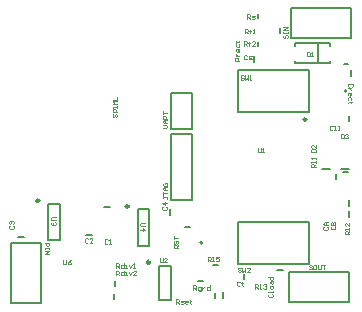
<source format=gto>
G04*
G04 #@! TF.GenerationSoftware,Altium Limited,Altium Designer,18.0.9 (584)*
G04*
G04 Layer_Color=65535*
%FSLAX25Y25*%
%MOIN*%
G70*
G01*
G75*
%ADD10C,0.00787*%
%ADD11C,0.00984*%
%ADD12C,0.01000*%
%ADD13C,0.00500*%
%ADD14C,0.00300*%
D10*
X214553Y172620D02*
G03*
X214553Y172620I-394J0D01*
G01*
X166384Y121990D02*
G03*
X166384Y121990I-394J0D01*
G01*
X180160Y109923D02*
Y111497D01*
X169893Y114640D02*
X171467D01*
X173118Y103776D02*
Y105744D01*
X197391Y188557D02*
X208809D01*
X197391Y181863D02*
X208809D01*
X197391Y187769D02*
Y188557D01*
Y181863D02*
Y182651D01*
X208809Y187769D02*
Y188557D01*
Y181863D02*
Y182651D01*
X205068Y181863D02*
Y188557D01*
X160683Y127200D02*
X162257D01*
X155857Y158293D02*
X162943D01*
X155857Y136207D02*
Y158293D01*
Y136207D02*
X162943D01*
Y158293D01*
X155877Y159997D02*
X162963D01*
Y172083D01*
X155877D02*
X162963D01*
X155877Y159997D02*
Y172083D01*
X192332Y192093D02*
Y193667D01*
X184800Y196813D02*
Y198387D01*
X195810Y200150D02*
X215810D01*
X195810Y190150D02*
Y200150D01*
Y190150D02*
X215810D01*
Y200150D01*
X213493Y181590D02*
X215067D01*
X215973Y177616D02*
Y179584D01*
X215112Y162486D02*
Y164454D01*
X206322Y146674D02*
X209078D01*
X212522Y146754D02*
X215278D01*
X210810Y143453D02*
Y145027D01*
X213413Y145670D02*
X214987D01*
X215353Y130586D02*
Y132554D01*
X191346Y112852D02*
X193314D01*
X195100Y102370D02*
X215100D01*
Y112370D01*
X195100D02*
X215100D01*
X195100Y102370D02*
Y112370D01*
X170752Y103593D02*
Y105167D01*
X183748Y182436D02*
Y184404D01*
X184851Y187553D02*
Y189127D01*
X155479Y131436D02*
Y133404D01*
X215282Y134366D02*
Y136334D01*
X164923Y109360D02*
X166497D01*
X137168Y107663D02*
Y109237D01*
X137020Y103293D02*
Y104867D01*
X151872Y102831D02*
X155808D01*
X151872Y114249D02*
X155808D01*
Y102831D02*
Y114249D01*
X151872Y102831D02*
Y114249D01*
X127516Y124488D02*
X129484D01*
X133456Y134012D02*
X135424D01*
X148719Y120988D02*
Y133192D01*
X144781Y120988D02*
Y133192D01*
Y120988D02*
X148719D01*
X144781Y133192D02*
X148719D01*
X118969Y122898D02*
Y135102D01*
X115031Y122898D02*
Y135102D01*
Y122898D02*
X118969D01*
X115031Y135102D02*
X118969D01*
X105016Y123929D02*
X106984D01*
X102520Y101850D02*
Y121850D01*
Y101850D02*
X112520D01*
Y121850D01*
X102520D02*
X112520D01*
D11*
X148919Y115528D02*
G03*
X148919Y115528I-492J0D01*
G01*
X141829Y134177D02*
G03*
X141829Y134177I-492J0D01*
G01*
X112079Y136087D02*
G03*
X112079Y136087I-492J0D01*
G01*
D12*
X201084Y163108D02*
G03*
X201084Y163108I-447J0D01*
G01*
D13*
X178348Y165730D02*
X201970D01*
X178348D02*
Y179510D01*
X201970D01*
Y165730D02*
Y179510D01*
X178179Y128880D02*
X201801D01*
Y115100D02*
Y128880D01*
X178179Y115100D02*
X201801D01*
X178179D02*
Y128880D01*
D14*
X183939Y106755D02*
Y108255D01*
X184689D01*
X184939Y108005D01*
Y107505D01*
X184689Y107255D01*
X183939D01*
X184439D02*
X184939Y106755D01*
X185438D02*
X185938D01*
X185688D01*
Y108255D01*
X185438Y108005D01*
X186688D02*
X186938Y108255D01*
X187438D01*
X187688Y108005D01*
Y107755D01*
X187438Y107505D01*
X187188D01*
X187438D01*
X187688Y107255D01*
Y107005D01*
X187438Y106755D01*
X186938D01*
X186688Y107005D01*
X168110Y115880D02*
Y117379D01*
X168860D01*
X169110Y117130D01*
Y116630D01*
X168860Y116380D01*
X168110D01*
X168610D02*
X169110Y115880D01*
X169609D02*
X170109D01*
X169859D01*
Y117379D01*
X169609D01*
X171859D02*
X170859D01*
Y116630D01*
X171359Y116880D01*
X171609D01*
X171859Y116630D01*
Y116130D01*
X171609Y115880D01*
X171109D01*
X170859Y116130D01*
X178850Y108846D02*
X178600Y109096D01*
X178100D01*
X177850Y108846D01*
Y107846D01*
X178100Y107597D01*
X178600D01*
X178850Y107846D01*
X179599Y108846D02*
Y108596D01*
X179349D01*
X179849D01*
X179599D01*
Y107846D01*
X179849Y107597D01*
X180139Y177610D02*
X179889Y177859D01*
X179389D01*
X179139Y177610D01*
Y177360D01*
X179389Y177110D01*
X179889D01*
X180139Y176860D01*
Y176610D01*
X179889Y176360D01*
X179389D01*
X179139Y176610D01*
X180639Y177859D02*
Y176360D01*
X181139Y176860D01*
X181638Y176360D01*
Y177859D01*
X182138Y176360D02*
X182638D01*
X182388D01*
Y177859D01*
X182138Y177610D01*
X158280Y120280D02*
X156781D01*
Y121030D01*
X157030Y121280D01*
X157530D01*
X157780Y121030D01*
Y120280D01*
Y120780D02*
X158280Y121280D01*
X157030Y122779D02*
X156781Y122529D01*
Y122029D01*
X157030Y121780D01*
X157280D01*
X157530Y122029D01*
Y122529D01*
X157780Y122779D01*
X158030D01*
X158280Y122529D01*
Y122029D01*
X158030Y121780D01*
X156781Y123279D02*
Y124279D01*
Y123779D01*
X158280D01*
X119930Y116369D02*
Y115120D01*
X120180Y114870D01*
X120680D01*
X120930Y115120D01*
Y116369D01*
X122429D02*
X121929Y116120D01*
X121430Y115620D01*
Y115120D01*
X121679Y114870D01*
X122179D01*
X122429Y115120D01*
Y115370D01*
X122179Y115620D01*
X121430D01*
X179200Y113540D02*
X178950Y113789D01*
X178450D01*
X178200Y113540D01*
Y113290D01*
X178450Y113040D01*
X178950D01*
X179200Y112790D01*
Y112540D01*
X178950Y112290D01*
X178450D01*
X178200Y112540D01*
X179700Y113789D02*
Y112290D01*
X180199Y112790D01*
X180699Y112290D01*
Y113789D01*
X182199Y112290D02*
X181199D01*
X182199Y113290D01*
Y113540D01*
X181949Y113789D01*
X181449D01*
X181199Y113540D01*
X153130Y160340D02*
X154380D01*
X154630Y160590D01*
Y161090D01*
X154380Y161340D01*
X153130D01*
X154630Y161839D02*
X153630D01*
X153130Y162339D01*
X153630Y162839D01*
X154630D01*
X153880D01*
Y161839D01*
X154630Y163339D02*
X153130D01*
Y164089D01*
X153380Y164339D01*
X153880D01*
X154130Y164089D01*
Y163339D01*
Y163839D02*
X154630Y164339D01*
X153130Y164839D02*
Y165838D01*
Y165338D01*
X154630D01*
X152090Y117040D02*
Y115790D01*
X152340Y115540D01*
X152840D01*
X153090Y115790D01*
Y117040D01*
X154589Y115540D02*
X153589D01*
X154589Y116540D01*
Y116790D01*
X154339Y117040D01*
X153839D01*
X153589Y116790D01*
X202920Y114440D02*
X202670Y114690D01*
X202170D01*
X201920Y114440D01*
Y114190D01*
X202170Y113940D01*
X202670D01*
X202920Y113690D01*
Y113440D01*
X202670Y113190D01*
X202170D01*
X201920Y113440D01*
X204169Y114690D02*
X203669D01*
X203419Y114440D01*
Y113440D01*
X203669Y113190D01*
X204169D01*
X204419Y113440D01*
Y114440D01*
X204169Y114690D01*
X204919D02*
Y113440D01*
X205169Y113190D01*
X205669D01*
X205919Y113440D01*
Y114690D01*
X206419D02*
X207418D01*
X206918D01*
Y113190D01*
X193580Y191317D02*
X193330Y191067D01*
Y190567D01*
X193580Y190317D01*
X193830D01*
X194080Y190567D01*
Y191067D01*
X194330Y191317D01*
X194580D01*
X194830Y191067D01*
Y190567D01*
X194580Y190317D01*
X193330Y191817D02*
Y192317D01*
Y192067D01*
X194830D01*
Y191817D01*
Y192317D01*
Y193067D02*
X193330D01*
X194830Y194066D01*
X193330D01*
X181315Y196753D02*
Y198252D01*
X182065D01*
X182315Y198003D01*
Y197503D01*
X182065Y197253D01*
X181315D01*
X181815D02*
X182315Y196753D01*
X182815D02*
X183564D01*
X183814Y197003D01*
X183564Y197253D01*
X183064D01*
X182815Y197503D01*
X183064Y197753D01*
X183814D01*
X157652Y101755D02*
Y103255D01*
X158402D01*
X158652Y103005D01*
Y102505D01*
X158402Y102255D01*
X157652D01*
X158152D02*
X158652Y101755D01*
X159152D02*
X159902D01*
X160152Y102005D01*
X159902Y102255D01*
X159402D01*
X159152Y102505D01*
X159402Y102755D01*
X160152D01*
X161401Y101755D02*
X160901D01*
X160651Y102005D01*
Y102505D01*
X160901Y102755D01*
X161401D01*
X161651Y102505D01*
Y102255D01*
X160651D01*
X162401Y103005D02*
Y102755D01*
X162151D01*
X162651D01*
X162401D01*
Y102005D01*
X162651Y101755D01*
X178691Y182793D02*
X177192D01*
Y183543D01*
X177442Y183792D01*
X177942D01*
X178191Y183543D01*
Y182793D01*
Y183293D02*
X178691Y183792D01*
X177692Y184292D02*
X178691D01*
X178191D01*
X177942Y184542D01*
X177692Y184792D01*
Y185042D01*
X178691Y186542D02*
Y186042D01*
X178441Y185792D01*
X177942D01*
X177692Y186042D01*
Y186542D01*
X177942Y186792D01*
X178191D01*
Y185792D01*
X177692Y188291D02*
Y187541D01*
X177942Y187291D01*
X178441D01*
X178691Y187541D01*
Y188291D01*
X177442Y189041D02*
X177692D01*
Y188791D01*
Y189291D01*
Y189041D01*
X178441D01*
X178691Y189291D01*
X215374Y124923D02*
X213874D01*
Y125673D01*
X214124Y125923D01*
X214624D01*
X214874Y125673D01*
Y124923D01*
Y125423D02*
X215374Y125923D01*
Y126422D02*
Y126922D01*
Y126672D01*
X213874D01*
Y126422D01*
X215374Y128672D02*
Y127672D01*
X214374Y128672D01*
X214124D01*
X213874Y128422D01*
Y127922D01*
X214124Y127672D01*
X204136Y147200D02*
X202637D01*
Y147949D01*
X202887Y148199D01*
X203387D01*
X203637Y147949D01*
Y147200D01*
Y147699D02*
X204136Y148199D01*
Y148699D02*
Y149199D01*
Y148949D01*
X202637D01*
Y148699D01*
X204136Y149949D02*
Y150449D01*
Y150199D01*
X202637D01*
X202887Y149949D01*
X163271Y106349D02*
Y107848D01*
X164021D01*
X164271Y107598D01*
Y107098D01*
X164021Y106848D01*
X163271D01*
X163771D02*
X164271Y106349D01*
X165271Y105849D02*
X165521D01*
X165770Y106099D01*
Y107348D01*
X165021D01*
X164771Y107098D01*
Y106598D01*
X165021Y106349D01*
X165770D01*
X166270Y107348D02*
Y106349D01*
Y106848D01*
X166520Y107098D01*
X166770Y107348D01*
X167020D01*
X168770Y107848D02*
Y106349D01*
X168020D01*
X167770Y106598D01*
Y107098D01*
X168020Y107348D01*
X168770D01*
X180127Y187743D02*
Y189243D01*
X180877D01*
X181127Y188993D01*
Y188493D01*
X180877Y188243D01*
X180127D01*
X180627D02*
X181127Y187743D01*
X181876D02*
Y188993D01*
Y188493D01*
X181626D01*
X182126D01*
X181876D01*
Y188993D01*
X182126Y189243D01*
X183876Y187743D02*
X182876D01*
X183876Y188743D01*
Y188993D01*
X183626Y189243D01*
X183126D01*
X182876Y188993D01*
X180473Y191852D02*
Y193351D01*
X181223D01*
X181473Y193102D01*
Y192602D01*
X181223Y192352D01*
X180473D01*
X180973D02*
X181473Y191852D01*
X182223D02*
Y193102D01*
Y192602D01*
X181973D01*
X182473D01*
X182223D01*
Y193102D01*
X182473Y193351D01*
X183223Y191852D02*
X183722D01*
X183473D01*
Y193351D01*
X183223Y193102D01*
X137603Y111161D02*
Y112660D01*
X138353D01*
X138603Y112410D01*
Y111911D01*
X138353Y111661D01*
X137603D01*
X138103D02*
X138603Y111161D01*
X140103Y112660D02*
Y111161D01*
X139353D01*
X139103Y111411D01*
Y111911D01*
X139353Y112161D01*
X140103D01*
X140602Y111161D02*
X141102D01*
X140852D01*
Y112161D01*
X140602D01*
X141852D02*
X142352Y111161D01*
X142852Y112161D01*
X144351Y111161D02*
X143352D01*
X144351Y112161D01*
Y112410D01*
X144101Y112660D01*
X143602D01*
X143352Y112410D01*
X137652Y113685D02*
Y115184D01*
X138402D01*
X138652Y114934D01*
Y114435D01*
X138402Y114184D01*
X137652D01*
X138152D02*
X138652Y113685D01*
X140151Y115184D02*
Y113685D01*
X139401D01*
X139151Y113935D01*
Y114435D01*
X139401Y114684D01*
X140151D01*
X140651Y113685D02*
X141151D01*
X140901D01*
Y114684D01*
X140651D01*
X141901D02*
X142400Y113685D01*
X142900Y114684D01*
X143400Y113685D02*
X143900D01*
X143650D01*
Y115184D01*
X143400Y114934D01*
X153191Y137490D02*
Y136990D01*
Y137240D01*
X154440D01*
X154690Y136990D01*
Y136740D01*
X154440Y136490D01*
X153191Y137989D02*
Y138989D01*
Y138489D01*
X154690D01*
Y139489D02*
X153690D01*
X153191Y139989D01*
X153690Y140489D01*
X154690D01*
X153940D01*
Y139489D01*
X153440Y141988D02*
X153191Y141738D01*
Y141238D01*
X153440Y140989D01*
X154440D01*
X154690Y141238D01*
Y141738D01*
X154440Y141988D01*
X153940D01*
Y141488D01*
X212460Y158375D02*
Y156876D01*
X213210D01*
X213459Y157126D01*
Y158125D01*
X213210Y158375D01*
X212460D01*
X213959Y158125D02*
X214209Y158375D01*
X214709D01*
X214959Y158125D01*
Y157876D01*
X214709Y157626D01*
X214459D01*
X214709D01*
X214959Y157376D01*
Y157126D01*
X214709Y156876D01*
X214209D01*
X213959Y157126D01*
X202637Y152199D02*
X204136D01*
Y152949D01*
X203887Y153199D01*
X202887D01*
X202637Y152949D01*
Y152199D01*
X204136Y154699D02*
Y153699D01*
X203137Y154699D01*
X202887D01*
X202637Y154449D01*
Y153949D01*
X202887Y153699D01*
X201210Y185679D02*
Y184180D01*
X201960D01*
X202210Y184430D01*
Y185430D01*
X201960Y185679D01*
X201210D01*
X202710Y184180D02*
X203209D01*
X202959D01*
Y185679D01*
X202710Y185430D01*
X181275Y184439D02*
X181025Y184688D01*
X180525D01*
X180275Y184439D01*
Y183439D01*
X180525Y183189D01*
X181025D01*
X181275Y183439D01*
X181775Y183189D02*
X182525D01*
X182775Y183439D01*
X182525Y183689D01*
X182025D01*
X181775Y183939D01*
X182025Y184189D01*
X182775D01*
X216226Y174121D02*
X216476Y174371D01*
Y174871D01*
X216226Y175121D01*
X215227D01*
X214977Y174871D01*
Y174371D01*
X215227Y174121D01*
X215976Y173621D02*
X214977D01*
X215476D01*
X215726Y173371D01*
X215976Y173121D01*
Y172871D01*
X214977Y171372D02*
Y171872D01*
X215227Y172122D01*
X215726D01*
X215976Y171872D01*
Y171372D01*
X215726Y171122D01*
X215476D01*
Y172122D01*
X215976Y169623D02*
Y170372D01*
X215726Y170622D01*
X215227D01*
X214977Y170372D01*
Y169623D01*
X216226Y168873D02*
X215976D01*
Y169123D01*
Y168623D01*
Y168873D01*
X215227D01*
X214977Y168623D01*
X188630Y105032D02*
X188380Y104782D01*
Y104282D01*
X188630Y104032D01*
X189629D01*
X189879Y104282D01*
Y104782D01*
X189629Y105032D01*
X189879Y105532D02*
Y106032D01*
Y105782D01*
X188380D01*
Y105532D01*
X189879Y107031D02*
Y107531D01*
X189629Y107781D01*
X189129D01*
X188880Y107531D01*
Y107031D01*
X189129Y106781D01*
X189629D01*
X189879Y107031D01*
X188880Y108531D02*
Y109031D01*
X189129Y109281D01*
X189879D01*
Y108531D01*
X189629Y108281D01*
X189380Y108531D01*
Y109281D01*
X188380Y110780D02*
X189879D01*
Y110030D01*
X189629Y109781D01*
X189129D01*
X188880Y110030D01*
Y110780D01*
X209471Y127556D02*
X209221Y127306D01*
Y126806D01*
X209471Y126557D01*
X210471D01*
X210720Y126806D01*
Y127306D01*
X210471Y127556D01*
X209221Y128056D02*
X210720D01*
Y128806D01*
X210471Y129056D01*
X210221D01*
X209971Y128806D01*
Y128056D01*
Y128806D01*
X209721Y129056D01*
X209471D01*
X209221Y128806D01*
Y128056D01*
X206940Y127470D02*
X206691Y127220D01*
Y126720D01*
X206940Y126470D01*
X207940D01*
X208190Y126720D01*
Y127220D01*
X207940Y127470D01*
X208190Y127970D02*
X207190D01*
X206691Y128469D01*
X207190Y128969D01*
X208190D01*
X207440D01*
Y127970D01*
X209762Y160823D02*
X209512Y161073D01*
X209012D01*
X208762Y160823D01*
Y159823D01*
X209012Y159573D01*
X209512D01*
X209762Y159823D01*
X210261Y159573D02*
X210761D01*
X210511D01*
Y161073D01*
X210261Y160823D01*
X211511Y159573D02*
X212011D01*
X211761D01*
Y161073D01*
X211511Y160823D01*
X153284Y134140D02*
X153034Y133890D01*
Y133390D01*
X153284Y133141D01*
X154284D01*
X154534Y133390D01*
Y133890D01*
X154284Y134140D01*
X154534Y135390D02*
X153034D01*
X153784Y134640D01*
Y135640D01*
X147249Y128590D02*
X146000D01*
X145750Y128340D01*
Y127840D01*
X146000Y127590D01*
X147249D01*
X145750Y126341D02*
X147249D01*
X146500Y127091D01*
Y126091D01*
X117499Y130500D02*
X116250D01*
X116000Y130250D01*
Y129750D01*
X116250Y129500D01*
X117499D01*
X117250Y129000D02*
X117499Y128751D01*
Y128251D01*
X117250Y128001D01*
X117000D01*
X116750Y128251D01*
Y128501D01*
Y128251D01*
X116500Y128001D01*
X116250D01*
X116000Y128251D01*
Y128751D01*
X116250Y129000D01*
X184910Y153680D02*
Y152430D01*
X185160Y152180D01*
X185660D01*
X185910Y152430D01*
Y153680D01*
X186409Y152180D02*
X186909D01*
X186659D01*
Y153680D01*
X186409Y153430D01*
X136750Y165000D02*
X136501Y164750D01*
Y164250D01*
X136750Y164000D01*
X137000D01*
X137250Y164250D01*
Y164750D01*
X137500Y165000D01*
X137750D01*
X138000Y164750D01*
Y164250D01*
X137750Y164000D01*
X138000Y165499D02*
X136501D01*
Y166249D01*
X136750Y166499D01*
X137250D01*
X137500Y166249D01*
Y165499D01*
X138000Y166999D02*
Y167499D01*
Y167249D01*
X136501D01*
X136750Y166999D01*
X138000Y168249D02*
X136501D01*
X137000Y168748D01*
X136501Y169248D01*
X138000D01*
X136501Y169748D02*
X138000D01*
Y170748D01*
X113790Y121930D02*
X115289D01*
Y121180D01*
X115040Y120930D01*
X114540D01*
X114290Y121180D01*
Y121930D01*
X115289Y120431D02*
Y119931D01*
Y120181D01*
X113790D01*
Y120431D01*
Y119931D01*
Y119181D02*
X115289D01*
X113790Y118181D01*
X115289D01*
X102195Y127755D02*
X101945Y127505D01*
Y127005D01*
X102195Y126755D01*
X103195D01*
X103445Y127005D01*
Y127505D01*
X103195Y127755D01*
X102195Y128255D02*
X101945Y128505D01*
Y129005D01*
X102195Y129255D01*
X102445D01*
X102695Y129005D01*
Y128755D01*
Y129005D01*
X102945Y129255D01*
X103195D01*
X103445Y129005D01*
Y128505D01*
X103195Y128255D01*
X128256Y123251D02*
X128006Y123501D01*
X127506D01*
X127256Y123251D01*
Y122251D01*
X127506Y122001D01*
X128006D01*
X128256Y122251D01*
X129755Y122001D02*
X128756D01*
X129755Y123001D01*
Y123251D01*
X129505Y123501D01*
X129006D01*
X128756Y123251D01*
X134790Y123003D02*
X134540Y123253D01*
X134040D01*
X133791Y123003D01*
Y122004D01*
X134040Y121754D01*
X134540D01*
X134790Y122004D01*
X135290Y121754D02*
X135790D01*
X135540D01*
Y123253D01*
X135290Y123003D01*
M02*

</source>
